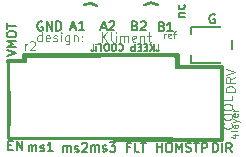
<source format=gto>
G04 #@! TF.GenerationSoftware,KiCad,Pcbnew,5.1.6-c6e7f7d~87~ubuntu18.04.1*
G04 #@! TF.CreationDate,2020-09-14T18:26:16+02:00*
G04 #@! TF.ProjectId,cooldrv,636f6f6c-6472-4762-9e6b-696361645f70,rev?*
G04 #@! TF.SameCoordinates,Original*
G04 #@! TF.FileFunction,Legend,Top*
G04 #@! TF.FilePolarity,Positive*
%FSLAX46Y46*%
G04 Gerber Fmt 4.6, Leading zero omitted, Abs format (unit mm)*
G04 Created by KiCad (PCBNEW 5.1.6-c6e7f7d~87~ubuntu18.04.1) date 2020-09-14 18:26:16*
%MOMM*%
%LPD*%
G01*
G04 APERTURE LIST*
%ADD10C,0.120000*%
%ADD11C,0.254000*%
%ADD12C,0.186944*%
%ADD13C,0.065024*%
%ADD14C,0.115824*%
%ADD15C,0.130000*%
%ADD16C,0.406400*%
%ADD17C,0.127000*%
%ADD18C,0.600000*%
%ADD19C,0.800000*%
%ADD20C,0.100000*%
%ADD21R,1.601600X1.701600*%
%ADD22R,1.301600X1.301600*%
G04 APERTURE END LIST*
D10*
X146050000Y-101975000D02*
X146050000Y-101375000D01*
X151575000Y-101975000D02*
X151575000Y-101375000D01*
D11*
X146418600Y-98183601D02*
G75*
G03*
X145338600Y-98083600I-604706J-648823D01*
G01*
X151548600Y-98073601D02*
G75*
G03*
X150428600Y-98113600I-534118J-744705D01*
G01*
D12*
X140630914Y-110483990D02*
X140630914Y-109969217D01*
X140630914Y-110042756D02*
X140667684Y-110005986D01*
X140741223Y-109969217D01*
X140851532Y-109969217D01*
X140925071Y-110005986D01*
X140961840Y-110079525D01*
X140961840Y-110483990D01*
X140961840Y-110079525D02*
X140998610Y-110005986D01*
X141072149Y-109969217D01*
X141182457Y-109969217D01*
X141255996Y-110005986D01*
X141292766Y-110079525D01*
X141292766Y-110483990D01*
X141623692Y-110447220D02*
X141697231Y-110483990D01*
X141844309Y-110483990D01*
X141917848Y-110447220D01*
X141954617Y-110373681D01*
X141954617Y-110336912D01*
X141917848Y-110263373D01*
X141844309Y-110226603D01*
X141734000Y-110226603D01*
X141660461Y-110189834D01*
X141623692Y-110116295D01*
X141623692Y-110079525D01*
X141660461Y-110005986D01*
X141734000Y-109969217D01*
X141844309Y-109969217D01*
X141917848Y-110005986D01*
X142690008Y-110483990D02*
X142248774Y-110483990D01*
X142469391Y-110483990D02*
X142469391Y-109711830D01*
X142395852Y-109822139D01*
X142322313Y-109895678D01*
X142248774Y-109932447D01*
X143543961Y-110556830D02*
X143543961Y-110042057D01*
X143543961Y-110115596D02*
X143580730Y-110078826D01*
X143654269Y-110042057D01*
X143764578Y-110042057D01*
X143838117Y-110078826D01*
X143874886Y-110152365D01*
X143874886Y-110556830D01*
X143874886Y-110152365D02*
X143911656Y-110078826D01*
X143985195Y-110042057D01*
X144095504Y-110042057D01*
X144169043Y-110078826D01*
X144205812Y-110152365D01*
X144205812Y-110556830D01*
X144536738Y-110520060D02*
X144610277Y-110556830D01*
X144757355Y-110556830D01*
X144830894Y-110520060D01*
X144867664Y-110446521D01*
X144867664Y-110409752D01*
X144830894Y-110336213D01*
X144757355Y-110299443D01*
X144647046Y-110299443D01*
X144573507Y-110262674D01*
X144536738Y-110189135D01*
X144536738Y-110152365D01*
X144573507Y-110078826D01*
X144647046Y-110042057D01*
X144757355Y-110042057D01*
X144830894Y-110078826D01*
X145161820Y-109858209D02*
X145198589Y-109821440D01*
X145272128Y-109784670D01*
X145455976Y-109784670D01*
X145529515Y-109821440D01*
X145566285Y-109858209D01*
X145603054Y-109931748D01*
X145603054Y-110005287D01*
X145566285Y-110115596D01*
X145125050Y-110556830D01*
X145603054Y-110556830D01*
X145930914Y-110508990D02*
X145930914Y-109994217D01*
X145930914Y-110067756D02*
X145967684Y-110030986D01*
X146041223Y-109994217D01*
X146151532Y-109994217D01*
X146225071Y-110030986D01*
X146261840Y-110104525D01*
X146261840Y-110508990D01*
X146261840Y-110104525D02*
X146298610Y-110030986D01*
X146372149Y-109994217D01*
X146482457Y-109994217D01*
X146555996Y-110030986D01*
X146592766Y-110104525D01*
X146592766Y-110508990D01*
X146923692Y-110472220D02*
X146997231Y-110508990D01*
X147144309Y-110508990D01*
X147217848Y-110472220D01*
X147254617Y-110398681D01*
X147254617Y-110361912D01*
X147217848Y-110288373D01*
X147144309Y-110251603D01*
X147034000Y-110251603D01*
X146960461Y-110214834D01*
X146923692Y-110141295D01*
X146923692Y-110104525D01*
X146960461Y-110030986D01*
X147034000Y-109994217D01*
X147144309Y-109994217D01*
X147217848Y-110030986D01*
X147512004Y-109736830D02*
X147990008Y-109736830D01*
X147732621Y-110030986D01*
X147842930Y-110030986D01*
X147916469Y-110067756D01*
X147953238Y-110104525D01*
X147990008Y-110178064D01*
X147990008Y-110361912D01*
X147953238Y-110435451D01*
X147916469Y-110472220D01*
X147842930Y-110508990D01*
X147622313Y-110508990D01*
X147548774Y-110472220D01*
X147512004Y-110435451D01*
X151488961Y-110546830D02*
X151488961Y-109774670D01*
X151488961Y-110142365D02*
X151930195Y-110142365D01*
X151930195Y-110546830D02*
X151930195Y-109774670D01*
X152444968Y-109774670D02*
X152592046Y-109774670D01*
X152665585Y-109811440D01*
X152739125Y-109884979D01*
X152775894Y-110032057D01*
X152775894Y-110289443D01*
X152739125Y-110436521D01*
X152665585Y-110510060D01*
X152592046Y-110546830D01*
X152444968Y-110546830D01*
X152371429Y-110510060D01*
X152297890Y-110436521D01*
X152261121Y-110289443D01*
X152261121Y-110032057D01*
X152297890Y-109884979D01*
X152371429Y-109811440D01*
X152444968Y-109774670D01*
X153106820Y-110546830D02*
X153106820Y-109774670D01*
X153364206Y-110326213D01*
X153621593Y-109774670D01*
X153621593Y-110546830D01*
X149221347Y-110152365D02*
X148963961Y-110152365D01*
X148963961Y-110556830D02*
X148963961Y-109784670D01*
X149331656Y-109784670D01*
X149993507Y-110556830D02*
X149625812Y-110556830D01*
X149625812Y-109784670D01*
X150140585Y-109784670D02*
X150581820Y-109784670D01*
X150361203Y-110556830D02*
X150361203Y-109784670D01*
X153958301Y-110497220D02*
X154068610Y-110533990D01*
X154252457Y-110533990D01*
X154325996Y-110497220D01*
X154362766Y-110460451D01*
X154399535Y-110386912D01*
X154399535Y-110313373D01*
X154362766Y-110239834D01*
X154325996Y-110203064D01*
X154252457Y-110166295D01*
X154105379Y-110129525D01*
X154031840Y-110092756D01*
X153995071Y-110055986D01*
X153958301Y-109982447D01*
X153958301Y-109908908D01*
X153995071Y-109835369D01*
X154031840Y-109798600D01*
X154105379Y-109761830D01*
X154289227Y-109761830D01*
X154399535Y-109798600D01*
X154620153Y-109761830D02*
X155061387Y-109761830D01*
X154840770Y-110533990D02*
X154840770Y-109761830D01*
X155318774Y-110533990D02*
X155318774Y-109761830D01*
X155612930Y-109761830D01*
X155686469Y-109798600D01*
X155723238Y-109835369D01*
X155760008Y-109908908D01*
X155760008Y-110019217D01*
X155723238Y-110092756D01*
X155686469Y-110129525D01*
X155612930Y-110166295D01*
X155318774Y-110166295D01*
X156243918Y-110543990D02*
X156243918Y-109771830D01*
X156427766Y-109771830D01*
X156538074Y-109808600D01*
X156611614Y-109882139D01*
X156648383Y-109955678D01*
X156685153Y-110102756D01*
X156685153Y-110213064D01*
X156648383Y-110360142D01*
X156611614Y-110433681D01*
X156538074Y-110507220D01*
X156427766Y-110543990D01*
X156243918Y-110543990D01*
X157016078Y-110543990D02*
X157016078Y-109771830D01*
X157825008Y-110543990D02*
X157567621Y-110176295D01*
X157383774Y-110543990D02*
X157383774Y-109771830D01*
X157677930Y-109771830D01*
X157751469Y-109808600D01*
X157788238Y-109845369D01*
X157825008Y-109918908D01*
X157825008Y-110029217D01*
X157788238Y-110102756D01*
X157751469Y-110139525D01*
X157677930Y-110176295D01*
X157383774Y-110176295D01*
X138918383Y-109959525D02*
X139175770Y-109959525D01*
X139286078Y-110363990D02*
X138918383Y-110363990D01*
X138918383Y-109591830D01*
X139286078Y-109591830D01*
X139617004Y-110363990D02*
X139617004Y-109591830D01*
X140058238Y-110363990D01*
X140058238Y-109591830D01*
X138806830Y-102458136D02*
X139578990Y-102200749D01*
X138806830Y-101943363D01*
X139578990Y-101685976D02*
X138806830Y-101685976D01*
X139358373Y-101428589D01*
X138806830Y-101171203D01*
X139578990Y-101171203D01*
X138806830Y-100656429D02*
X138806830Y-100509351D01*
X138843600Y-100435812D01*
X138917139Y-100362273D01*
X139064217Y-100325504D01*
X139321603Y-100325504D01*
X139468681Y-100362273D01*
X139542220Y-100435812D01*
X139578990Y-100509351D01*
X139578990Y-100656429D01*
X139542220Y-100729968D01*
X139468681Y-100803507D01*
X139321603Y-100840277D01*
X139064217Y-100840277D01*
X138917139Y-100803507D01*
X138843600Y-100729968D01*
X138806830Y-100656429D01*
X138806830Y-100104886D02*
X138806830Y-99663652D01*
X139578990Y-99884269D02*
X138806830Y-99884269D01*
X141798425Y-99526440D02*
X141724886Y-99489670D01*
X141614578Y-99489670D01*
X141504269Y-99526440D01*
X141430730Y-99599979D01*
X141393961Y-99673518D01*
X141357191Y-99820596D01*
X141357191Y-99930904D01*
X141393961Y-100077982D01*
X141430730Y-100151521D01*
X141504269Y-100225060D01*
X141614578Y-100261830D01*
X141688117Y-100261830D01*
X141798425Y-100225060D01*
X141835195Y-100188291D01*
X141835195Y-99930904D01*
X141688117Y-99930904D01*
X142166121Y-100261830D02*
X142166121Y-99489670D01*
X142607355Y-100261830D01*
X142607355Y-99489670D01*
X142975050Y-100261830D02*
X142975050Y-99489670D01*
X143158898Y-99489670D01*
X143269206Y-99526440D01*
X143342745Y-99599979D01*
X143379515Y-99673518D01*
X143416285Y-99820596D01*
X143416285Y-99930904D01*
X143379515Y-100077982D01*
X143342745Y-100151521D01*
X143269206Y-100225060D01*
X143158898Y-100261830D01*
X142975050Y-100261830D01*
X151912747Y-99908765D02*
X152023056Y-99945535D01*
X152059825Y-99982304D01*
X152096595Y-100055843D01*
X152096595Y-100166152D01*
X152059825Y-100239691D01*
X152023056Y-100276460D01*
X151949517Y-100313230D01*
X151655361Y-100313230D01*
X151655361Y-99541070D01*
X151912747Y-99541070D01*
X151986286Y-99577840D01*
X152023056Y-99614609D01*
X152059825Y-99688148D01*
X152059825Y-99761687D01*
X152023056Y-99835226D01*
X151986286Y-99871996D01*
X151912747Y-99908765D01*
X151655361Y-99908765D01*
X152831985Y-100313230D02*
X152390751Y-100313230D01*
X152611368Y-100313230D02*
X152611368Y-99541070D01*
X152537829Y-99651379D01*
X152464290Y-99724918D01*
X152390751Y-99761687D01*
X149661347Y-99852365D02*
X149771656Y-99889135D01*
X149808425Y-99925904D01*
X149845195Y-99999443D01*
X149845195Y-100109752D01*
X149808425Y-100183291D01*
X149771656Y-100220060D01*
X149698117Y-100256830D01*
X149403961Y-100256830D01*
X149403961Y-99484670D01*
X149661347Y-99484670D01*
X149734886Y-99521440D01*
X149771656Y-99558209D01*
X149808425Y-99631748D01*
X149808425Y-99705287D01*
X149771656Y-99778826D01*
X149734886Y-99815596D01*
X149661347Y-99852365D01*
X149403961Y-99852365D01*
X150139351Y-99558209D02*
X150176121Y-99521440D01*
X150249660Y-99484670D01*
X150433507Y-99484670D01*
X150507046Y-99521440D01*
X150543816Y-99558209D01*
X150580585Y-99631748D01*
X150580585Y-99705287D01*
X150543816Y-99815596D01*
X150102582Y-100256830D01*
X150580585Y-100256830D01*
X146797191Y-100036213D02*
X147164886Y-100036213D01*
X146723652Y-100256830D02*
X146981039Y-99484670D01*
X147238425Y-100256830D01*
X147459043Y-99558209D02*
X147495812Y-99521440D01*
X147569351Y-99484670D01*
X147753199Y-99484670D01*
X147826738Y-99521440D01*
X147863507Y-99558209D01*
X147900277Y-99631748D01*
X147900277Y-99705287D01*
X147863507Y-99815596D01*
X147422273Y-100256830D01*
X147900277Y-100256830D01*
X144247191Y-99996213D02*
X144614886Y-99996213D01*
X144173652Y-100216830D02*
X144431039Y-99444670D01*
X144688425Y-100216830D01*
X145350277Y-100216830D02*
X144909043Y-100216830D01*
X145129660Y-100216830D02*
X145129660Y-99444670D01*
X145056121Y-99554979D01*
X144982582Y-99628518D01*
X144909043Y-99665287D01*
X153329217Y-99101738D02*
X153843990Y-99101738D01*
X153402756Y-99101738D02*
X153365986Y-99064968D01*
X153329217Y-98991429D01*
X153329217Y-98881121D01*
X153365986Y-98807582D01*
X153439525Y-98770812D01*
X153843990Y-98770812D01*
X153807220Y-98072191D02*
X153843990Y-98145730D01*
X153843990Y-98292808D01*
X153807220Y-98366347D01*
X153770451Y-98403117D01*
X153696912Y-98439886D01*
X153476295Y-98439886D01*
X153402756Y-98403117D01*
X153365986Y-98366347D01*
X153329217Y-98292808D01*
X153329217Y-98145730D01*
X153365986Y-98072191D01*
X156383238Y-98913600D02*
X156309699Y-98876830D01*
X156199391Y-98876830D01*
X156089082Y-98913600D01*
X156015543Y-98987139D01*
X155978774Y-99060678D01*
X155942004Y-99207756D01*
X155942004Y-99318064D01*
X155978774Y-99465142D01*
X156015543Y-99538681D01*
X156089082Y-99612220D01*
X156199391Y-99648990D01*
X156272930Y-99648990D01*
X156383238Y-99612220D01*
X156420008Y-99575451D01*
X156420008Y-99318064D01*
X156272930Y-99318064D01*
D13*
X157805451Y-108105884D02*
X157842220Y-108142654D01*
X157878990Y-108252962D01*
X157878990Y-108326501D01*
X157842220Y-108436810D01*
X157768681Y-108510349D01*
X157695142Y-108547118D01*
X157548064Y-108583888D01*
X157437756Y-108583888D01*
X157290678Y-108547118D01*
X157217139Y-108510349D01*
X157143600Y-108436810D01*
X157106830Y-108326501D01*
X157106830Y-108252962D01*
X157143600Y-108142654D01*
X157180369Y-108105884D01*
X157106830Y-107627880D02*
X157106830Y-107480802D01*
X157143600Y-107407263D01*
X157217139Y-107333724D01*
X157364217Y-107296955D01*
X157621603Y-107296955D01*
X157768681Y-107333724D01*
X157842220Y-107407263D01*
X157878990Y-107480802D01*
X157878990Y-107627880D01*
X157842220Y-107701419D01*
X157768681Y-107774958D01*
X157621603Y-107811728D01*
X157364217Y-107811728D01*
X157217139Y-107774958D01*
X157143600Y-107701419D01*
X157106830Y-107627880D01*
X157106830Y-106818951D02*
X157106830Y-106671873D01*
X157143600Y-106598334D01*
X157217139Y-106524795D01*
X157364217Y-106488025D01*
X157621603Y-106488025D01*
X157768681Y-106524795D01*
X157842220Y-106598334D01*
X157878990Y-106671873D01*
X157878990Y-106818951D01*
X157842220Y-106892490D01*
X157768681Y-106966029D01*
X157621603Y-107002798D01*
X157364217Y-107002798D01*
X157217139Y-106966029D01*
X157143600Y-106892490D01*
X157106830Y-106818951D01*
X157878990Y-105789404D02*
X157878990Y-106157099D01*
X157106830Y-106157099D01*
X158088990Y-105433189D02*
X157316830Y-105433189D01*
X157316830Y-105249341D01*
X157353600Y-105139033D01*
X157427139Y-105065494D01*
X157500678Y-105028724D01*
X157647756Y-104991955D01*
X157758064Y-104991955D01*
X157905142Y-105028724D01*
X157978681Y-105065494D01*
X158052220Y-105139033D01*
X158088990Y-105249341D01*
X158088990Y-105433189D01*
X158088990Y-104219795D02*
X157721295Y-104477181D01*
X158088990Y-104661029D02*
X157316830Y-104661029D01*
X157316830Y-104366873D01*
X157353600Y-104293334D01*
X157390369Y-104256564D01*
X157463908Y-104219795D01*
X157574217Y-104219795D01*
X157647756Y-104256564D01*
X157684525Y-104293334D01*
X157721295Y-104366873D01*
X157721295Y-104661029D01*
X157316830Y-103999177D02*
X158088990Y-103741791D01*
X157316830Y-103484404D01*
X140311787Y-101928990D02*
X140311787Y-101414217D01*
X140311787Y-101561295D02*
X140348557Y-101487756D01*
X140385326Y-101450986D01*
X140458865Y-101414217D01*
X140532404Y-101414217D01*
X140753022Y-101230369D02*
X140789791Y-101193600D01*
X140863330Y-101156830D01*
X141047178Y-101156830D01*
X141120717Y-101193600D01*
X141157486Y-101230369D01*
X141194256Y-101303908D01*
X141194256Y-101377447D01*
X141157486Y-101487756D01*
X140716252Y-101928990D01*
X141194256Y-101928990D01*
X146864713Y-101196830D02*
X146864713Y-100424670D01*
X147305947Y-101196830D02*
X146975021Y-100755596D01*
X147305947Y-100424670D02*
X146864713Y-100865904D01*
X147747181Y-101196830D02*
X147673642Y-101160060D01*
X147636873Y-101086521D01*
X147636873Y-100424670D01*
X148041337Y-101196830D02*
X148041337Y-100682057D01*
X148041337Y-100424670D02*
X148004568Y-100461440D01*
X148041337Y-100498209D01*
X148078107Y-100461440D01*
X148041337Y-100424670D01*
X148041337Y-100498209D01*
X148409033Y-101196830D02*
X148409033Y-100682057D01*
X148409033Y-100755596D02*
X148445802Y-100718826D01*
X148519341Y-100682057D01*
X148629650Y-100682057D01*
X148703189Y-100718826D01*
X148739958Y-100792365D01*
X148739958Y-101196830D01*
X148739958Y-100792365D02*
X148776728Y-100718826D01*
X148850267Y-100682057D01*
X148960576Y-100682057D01*
X149034115Y-100718826D01*
X149070884Y-100792365D01*
X149070884Y-101196830D01*
X149732736Y-101160060D02*
X149659197Y-101196830D01*
X149512118Y-101196830D01*
X149438579Y-101160060D01*
X149401810Y-101086521D01*
X149401810Y-100792365D01*
X149438579Y-100718826D01*
X149512118Y-100682057D01*
X149659197Y-100682057D01*
X149732736Y-100718826D01*
X149769505Y-100792365D01*
X149769505Y-100865904D01*
X149401810Y-100939443D01*
X150100431Y-100682057D02*
X150100431Y-101196830D01*
X150100431Y-100755596D02*
X150137200Y-100718826D01*
X150210739Y-100682057D01*
X150321048Y-100682057D01*
X150394587Y-100718826D01*
X150431357Y-100792365D01*
X150431357Y-101196830D01*
X150688743Y-100682057D02*
X150982899Y-100682057D01*
X150799052Y-100424670D02*
X150799052Y-101086521D01*
X150835821Y-101160060D01*
X150909360Y-101196830D01*
X150982899Y-101196830D01*
X141740638Y-101181830D02*
X141740638Y-100409670D01*
X141740638Y-101145060D02*
X141667099Y-101181830D01*
X141520021Y-101181830D01*
X141446482Y-101145060D01*
X141409713Y-101108291D01*
X141372943Y-101034752D01*
X141372943Y-100814135D01*
X141409713Y-100740596D01*
X141446482Y-100703826D01*
X141520021Y-100667057D01*
X141667099Y-100667057D01*
X141740638Y-100703826D01*
X142402490Y-101145060D02*
X142328951Y-101181830D01*
X142181873Y-101181830D01*
X142108334Y-101145060D01*
X142071564Y-101071521D01*
X142071564Y-100777365D01*
X142108334Y-100703826D01*
X142181873Y-100667057D01*
X142328951Y-100667057D01*
X142402490Y-100703826D01*
X142439259Y-100777365D01*
X142439259Y-100850904D01*
X142071564Y-100924443D01*
X142733416Y-101145060D02*
X142806955Y-101181830D01*
X142954033Y-101181830D01*
X143027572Y-101145060D01*
X143064341Y-101071521D01*
X143064341Y-101034752D01*
X143027572Y-100961213D01*
X142954033Y-100924443D01*
X142843724Y-100924443D01*
X142770185Y-100887674D01*
X142733416Y-100814135D01*
X142733416Y-100777365D01*
X142770185Y-100703826D01*
X142843724Y-100667057D01*
X142954033Y-100667057D01*
X143027572Y-100703826D01*
X143395267Y-101181830D02*
X143395267Y-100667057D01*
X143395267Y-100409670D02*
X143358497Y-100446440D01*
X143395267Y-100483209D01*
X143432037Y-100446440D01*
X143395267Y-100409670D01*
X143395267Y-100483209D01*
X144093888Y-100667057D02*
X144093888Y-101292139D01*
X144057118Y-101365678D01*
X144020349Y-101402447D01*
X143946810Y-101439217D01*
X143836501Y-101439217D01*
X143762962Y-101402447D01*
X144093888Y-101145060D02*
X144020349Y-101181830D01*
X143873271Y-101181830D01*
X143799732Y-101145060D01*
X143762962Y-101108291D01*
X143726193Y-101034752D01*
X143726193Y-100814135D01*
X143762962Y-100740596D01*
X143799732Y-100703826D01*
X143873271Y-100667057D01*
X144020349Y-100667057D01*
X144093888Y-100703826D01*
X144461583Y-100667057D02*
X144461583Y-101181830D01*
X144461583Y-100740596D02*
X144498353Y-100703826D01*
X144571892Y-100667057D01*
X144682200Y-100667057D01*
X144755739Y-100703826D01*
X144792509Y-100777365D01*
X144792509Y-101181830D01*
X145160204Y-101108291D02*
X145196974Y-101145060D01*
X145160204Y-101181830D01*
X145123435Y-101145060D01*
X145160204Y-101108291D01*
X145160204Y-101181830D01*
X145160204Y-100703826D02*
X145196974Y-100740596D01*
X145160204Y-100777365D01*
X145123435Y-100740596D01*
X145160204Y-100703826D01*
X145160204Y-100777365D01*
D14*
X157959062Y-109102788D02*
X158345142Y-109102788D01*
X157738445Y-109240674D02*
X158152102Y-109378559D01*
X158152102Y-109020057D01*
X158345142Y-108716708D02*
X158317565Y-108771862D01*
X158262411Y-108799439D01*
X157766022Y-108799439D01*
X158345142Y-108247897D02*
X158041794Y-108247897D01*
X157986640Y-108275474D01*
X157959062Y-108330628D01*
X157959062Y-108440937D01*
X157986640Y-108496091D01*
X158317565Y-108247897D02*
X158345142Y-108303051D01*
X158345142Y-108440937D01*
X158317565Y-108496091D01*
X158262411Y-108523668D01*
X158207257Y-108523668D01*
X158152102Y-108496091D01*
X158124525Y-108440937D01*
X158124525Y-108303051D01*
X158096948Y-108247897D01*
X157959062Y-108027279D02*
X158345142Y-107889394D01*
X157959062Y-107751508D02*
X158345142Y-107889394D01*
X158483028Y-107944548D01*
X158510605Y-107972125D01*
X158538182Y-108027279D01*
X158317565Y-107310274D02*
X158345142Y-107365428D01*
X158345142Y-107475737D01*
X158317565Y-107530891D01*
X158262411Y-107558468D01*
X158041794Y-107558468D01*
X157986640Y-107530891D01*
X157959062Y-107475737D01*
X157959062Y-107365428D01*
X157986640Y-107310274D01*
X158041794Y-107282697D01*
X158096948Y-107282697D01*
X158152102Y-107558468D01*
X158345142Y-107034502D02*
X157959062Y-107034502D01*
X158069371Y-107034502D02*
X158014217Y-107006925D01*
X157986640Y-106979348D01*
X157959062Y-106924194D01*
X157959062Y-106869039D01*
D15*
X151660345Y-101901542D02*
X151550037Y-101984274D01*
X151439728Y-101901542D01*
X151246688Y-101377577D02*
X151246688Y-101956697D01*
X150915762Y-101377577D02*
X151163957Y-101708502D01*
X150915762Y-101956697D02*
X151246688Y-101625771D01*
X150667568Y-101680925D02*
X150474528Y-101680925D01*
X150391797Y-101377577D02*
X150667568Y-101377577D01*
X150667568Y-101956697D01*
X150391797Y-101956697D01*
X150143602Y-101680925D02*
X149950562Y-101680925D01*
X149867831Y-101377577D02*
X150143602Y-101377577D01*
X150143602Y-101956697D01*
X149867831Y-101956697D01*
X149619637Y-101377577D02*
X149619637Y-101956697D01*
X149399020Y-101956697D01*
X149343865Y-101929120D01*
X149316288Y-101901542D01*
X149288711Y-101846388D01*
X149288711Y-101763657D01*
X149316288Y-101708502D01*
X149343865Y-101680925D01*
X149399020Y-101653348D01*
X149619637Y-101653348D01*
X148268357Y-101432731D02*
X148295934Y-101405154D01*
X148378665Y-101377577D01*
X148433820Y-101377577D01*
X148516551Y-101405154D01*
X148571705Y-101460308D01*
X148599282Y-101515462D01*
X148626860Y-101625771D01*
X148626860Y-101708502D01*
X148599282Y-101818811D01*
X148571705Y-101873965D01*
X148516551Y-101929120D01*
X148433820Y-101956697D01*
X148378665Y-101956697D01*
X148295934Y-101929120D01*
X148268357Y-101901542D01*
X147909854Y-101956697D02*
X147799545Y-101956697D01*
X147744391Y-101929120D01*
X147689237Y-101873965D01*
X147661660Y-101763657D01*
X147661660Y-101570617D01*
X147689237Y-101460308D01*
X147744391Y-101405154D01*
X147799545Y-101377577D01*
X147909854Y-101377577D01*
X147965008Y-101405154D01*
X148020162Y-101460308D01*
X148047740Y-101570617D01*
X148047740Y-101763657D01*
X148020162Y-101873965D01*
X147965008Y-101929120D01*
X147909854Y-101956697D01*
X147303157Y-101956697D02*
X147192848Y-101956697D01*
X147137694Y-101929120D01*
X147082540Y-101873965D01*
X147054962Y-101763657D01*
X147054962Y-101570617D01*
X147082540Y-101460308D01*
X147137694Y-101405154D01*
X147192848Y-101377577D01*
X147303157Y-101377577D01*
X147358311Y-101405154D01*
X147413465Y-101460308D01*
X147441042Y-101570617D01*
X147441042Y-101763657D01*
X147413465Y-101873965D01*
X147358311Y-101929120D01*
X147303157Y-101956697D01*
X146530997Y-101377577D02*
X146806768Y-101377577D01*
X146806768Y-101956697D01*
X146337957Y-101432731D02*
X146310380Y-101405154D01*
X146337957Y-101377577D01*
X146365534Y-101405154D01*
X146337957Y-101432731D01*
X146337957Y-101377577D01*
X146337957Y-101598194D02*
X146365534Y-101929120D01*
X146337957Y-101956697D01*
X146310380Y-101929120D01*
X146337957Y-101598194D01*
X146337957Y-101956697D01*
X146144917Y-101901542D02*
X146034608Y-101984274D01*
X145924300Y-101901542D01*
D16*
X138918600Y-102833600D02*
X138978600Y-102833600D01*
X138978600Y-102833600D02*
X140238600Y-102833600D01*
X140238600Y-102833600D02*
X140238600Y-102313600D01*
X140238600Y-102313600D02*
X153198600Y-102313600D01*
X153198600Y-102313600D02*
X153198600Y-103353600D01*
X153198600Y-103353600D02*
X156938600Y-103353600D01*
X156938600Y-103353600D02*
X156938600Y-109453600D01*
X156938600Y-109453600D02*
X147958600Y-109453600D01*
X147958600Y-109453600D02*
X147958600Y-109293600D01*
X147958600Y-109293600D02*
X138978600Y-109293600D01*
X138978600Y-109293600D02*
X138978600Y-102833600D01*
D14*
X152126782Y-100900142D02*
X152126782Y-100514062D01*
X152126782Y-100624371D02*
X152154360Y-100569217D01*
X152181937Y-100541640D01*
X152237091Y-100514062D01*
X152292245Y-100514062D01*
X152705902Y-100872565D02*
X152650748Y-100900142D01*
X152540440Y-100900142D01*
X152485285Y-100872565D01*
X152457708Y-100817411D01*
X152457708Y-100596794D01*
X152485285Y-100541640D01*
X152540440Y-100514062D01*
X152650748Y-100514062D01*
X152705902Y-100541640D01*
X152733480Y-100596794D01*
X152733480Y-100651948D01*
X152457708Y-100707102D01*
X152898942Y-100514062D02*
X153119560Y-100514062D01*
X152981674Y-100900142D02*
X152981674Y-100403754D01*
X153009251Y-100348600D01*
X153064405Y-100321022D01*
X153119560Y-100321022D01*
D17*
G04 #@! TO.C,U$2*
X157818600Y-103023600D02*
X154368600Y-103023600D01*
X157818600Y-99923600D02*
X157818600Y-103023600D01*
X154368600Y-99923600D02*
X157818600Y-99923600D01*
X154368600Y-103023600D02*
X154368600Y-99923600D01*
G04 #@! TD*
%LPC*%
D18*
X153825000Y-99850000D02*
G75*
G03*
X153825000Y-99850000I-300000J0D01*
G01*
D19*
X157730000Y-98660000D02*
G75*
G03*
X157730000Y-98660000I-400000J0D01*
G01*
X155190000Y-98660000D02*
G75*
G03*
X155190000Y-98660000I-400000J0D01*
G01*
X152650000Y-98660000D02*
G75*
G03*
X152650000Y-98660000I-400000J0D01*
G01*
X150110000Y-98660000D02*
G75*
G03*
X150110000Y-98660000I-400000J0D01*
G01*
X147570000Y-98660000D02*
G75*
G03*
X147570000Y-98660000I-400000J0D01*
G01*
X145030000Y-98660000D02*
G75*
G03*
X145030000Y-98660000I-400000J0D01*
G01*
X142490000Y-98660000D02*
G75*
G03*
X142490000Y-98660000I-400000J0D01*
G01*
X139950000Y-98660000D02*
G75*
G03*
X139950000Y-98660000I-400000J0D01*
G01*
X157730000Y-111360000D02*
G75*
G03*
X157730000Y-111360000I-400000J0D01*
G01*
X155190000Y-111360000D02*
G75*
G03*
X155190000Y-111360000I-400000J0D01*
G01*
X152650000Y-111360000D02*
G75*
G03*
X152650000Y-111360000I-400000J0D01*
G01*
X150110000Y-111360000D02*
G75*
G03*
X150110000Y-111360000I-400000J0D01*
G01*
X147570000Y-111360000D02*
G75*
G03*
X147570000Y-111360000I-400000J0D01*
G01*
X145030000Y-111360000D02*
G75*
G03*
X145030000Y-111360000I-400000J0D01*
G01*
X142490000Y-111360000D02*
G75*
G03*
X142490000Y-111360000I-400000J0D01*
G01*
X139950000Y-111360000D02*
G75*
G03*
X139950000Y-111360000I-400000J0D01*
G01*
D20*
G36*
X145800000Y-107975000D02*
G01*
X145100000Y-108000000D01*
X145100000Y-104150000D01*
X145800000Y-104125000D01*
X145800000Y-107975000D01*
G37*
X145800000Y-107975000D02*
X145100000Y-108000000D01*
X145100000Y-104150000D01*
X145800000Y-104125000D01*
X145800000Y-107975000D01*
G36*
X147100000Y-107975000D02*
G01*
X146400000Y-108000000D01*
X146400000Y-104150000D01*
X147100000Y-104125000D01*
X147100000Y-107975000D01*
G37*
X147100000Y-107975000D02*
X146400000Y-108000000D01*
X146400000Y-104150000D01*
X147100000Y-104125000D01*
X147100000Y-107975000D01*
G36*
X148400000Y-107975000D02*
G01*
X147700000Y-108000000D01*
X147700000Y-104150000D01*
X148400000Y-104125000D01*
X148400000Y-107975000D01*
G37*
X148400000Y-107975000D02*
X147700000Y-108000000D01*
X147700000Y-104150000D01*
X148400000Y-104125000D01*
X148400000Y-107975000D01*
G36*
X149700000Y-107975000D02*
G01*
X149000000Y-108000000D01*
X149000000Y-104150000D01*
X149700000Y-104125000D01*
X149700000Y-107975000D01*
G37*
X149700000Y-107975000D02*
X149000000Y-108000000D01*
X149000000Y-104150000D01*
X149700000Y-104125000D01*
X149700000Y-107975000D01*
G36*
X151000000Y-107975000D02*
G01*
X150300000Y-108000000D01*
X150300000Y-104150000D01*
X151000000Y-104125000D01*
X151000000Y-107975000D01*
G37*
X151000000Y-107975000D02*
X150300000Y-108000000D01*
X150300000Y-104150000D01*
X151000000Y-104125000D01*
X151000000Y-107975000D01*
G36*
X152300000Y-107975000D02*
G01*
X151600000Y-108000000D01*
X151600000Y-104150000D01*
X152300000Y-104125000D01*
X152300000Y-107975000D01*
G37*
X152300000Y-107975000D02*
X151600000Y-108000000D01*
X151600000Y-104150000D01*
X152300000Y-104125000D01*
X152300000Y-107975000D01*
G36*
X153000000Y-105700000D02*
G01*
X144250000Y-105700000D01*
X144250000Y-104975000D01*
X153000000Y-104975000D01*
X153000000Y-105700000D01*
G37*
X153000000Y-105700000D02*
X144250000Y-105700000D01*
X144250000Y-104975000D01*
X153000000Y-104975000D01*
X153000000Y-105700000D01*
G36*
X153000000Y-106950000D02*
G01*
X144250000Y-106950000D01*
X144250000Y-106275000D01*
X153000000Y-106275000D01*
X153000000Y-106950000D01*
G37*
X153000000Y-106950000D02*
X144250000Y-106950000D01*
X144250000Y-106275000D01*
X153000000Y-106275000D01*
X153000000Y-106950000D01*
G36*
X152900000Y-103000000D02*
G01*
X152925000Y-104400000D01*
X144475000Y-104400000D01*
X144525000Y-107600000D01*
X139150000Y-107700000D01*
X139100000Y-103000000D01*
X140550000Y-103000000D01*
X140550000Y-102550000D01*
X152900000Y-102500000D01*
X152900000Y-103000000D01*
G37*
X152900000Y-103000000D02*
X152925000Y-104400000D01*
X144475000Y-104400000D01*
X144525000Y-107600000D01*
X139150000Y-107700000D01*
X139100000Y-103000000D01*
X140550000Y-103000000D01*
X140550000Y-102550000D01*
X152900000Y-102500000D01*
X152900000Y-103000000D01*
G36*
X152900000Y-109200000D02*
G01*
X139100000Y-109200000D01*
X139125000Y-107550000D01*
X152925000Y-107550000D01*
X152900000Y-109200000D01*
G37*
X152900000Y-109200000D02*
X139100000Y-109200000D01*
X139125000Y-107550000D01*
X152925000Y-107550000D01*
X152900000Y-109200000D01*
G36*
X156750000Y-109250000D02*
G01*
X152900000Y-109250000D01*
X152900000Y-103550000D01*
X156750000Y-103550000D01*
X156750000Y-109250000D01*
G37*
X156750000Y-109250000D02*
X152900000Y-109250000D01*
X152900000Y-103550000D01*
X156750000Y-103550000D01*
X156750000Y-109250000D01*
D21*
G04 #@! TO.C,U$2*
X154268600Y-101473600D03*
D22*
X157518600Y-102473600D03*
X157518600Y-100473600D03*
G04 #@! TD*
M02*

</source>
